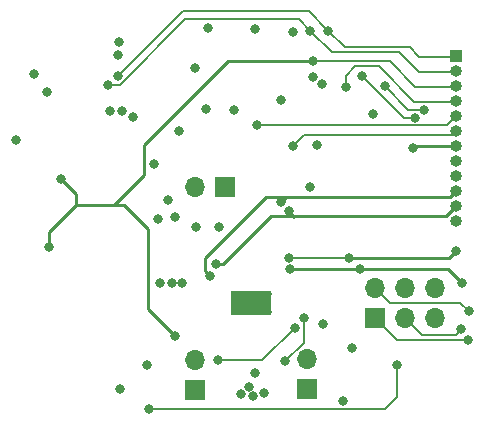
<source format=gbr>
%TF.GenerationSoftware,KiCad,Pcbnew,(5.1.6)-1*%
%TF.CreationDate,2021-10-06T19:04:01+02:00*%
%TF.ProjectId,DotBot,446f7442-6f74-42e6-9b69-6361645f7063,rev?*%
%TF.SameCoordinates,Original*%
%TF.FileFunction,Copper,L4,Bot*%
%TF.FilePolarity,Positive*%
%FSLAX46Y46*%
G04 Gerber Fmt 4.6, Leading zero omitted, Abs format (unit mm)*
G04 Created by KiCad (PCBNEW (5.1.6)-1) date 2021-10-06 19:04:01*
%MOMM*%
%LPD*%
G01*
G04 APERTURE LIST*
%TA.AperFunction,ComponentPad*%
%ADD10O,1.000000X1.000000*%
%TD*%
%TA.AperFunction,ComponentPad*%
%ADD11R,1.000000X1.000000*%
%TD*%
%TA.AperFunction,ComponentPad*%
%ADD12O,1.700000X1.700000*%
%TD*%
%TA.AperFunction,ComponentPad*%
%ADD13R,1.700000X1.700000*%
%TD*%
%TA.AperFunction,Conductor*%
%ADD14R,3.500000X2.000000*%
%TD*%
%TA.AperFunction,ViaPad*%
%ADD15C,0.500000*%
%TD*%
%TA.AperFunction,ViaPad*%
%ADD16C,0.800000*%
%TD*%
%TA.AperFunction,Conductor*%
%ADD17C,0.200000*%
%TD*%
%TA.AperFunction,Conductor*%
%ADD18C,0.250000*%
%TD*%
G04 APERTURE END LIST*
D10*
%TO.P,J5,12*%
%TO.N,P1_09*%
X112800000Y-65070000D03*
%TO.P,J5,11*%
%TO.N,P0_28*%
X112800000Y-63800000D03*
%TO.P,J5,10*%
%TO.N,P0_02*%
X112800000Y-62530000D03*
%TO.P,J5,9*%
%TO.N,P0_11*%
X112800000Y-61260000D03*
%TO.P,J5,8*%
%TO.N,P0_15*%
X112800000Y-59990000D03*
%TO.P,J5,7*%
%TO.N,P0_17*%
X112800000Y-58720000D03*
%TO.P,J5,6*%
%TO.N,P0_04*%
X112800000Y-57450000D03*
%TO.P,J5,5*%
%TO.N,P0_03*%
X112800000Y-56180000D03*
%TO.P,J5,4*%
%TO.N,P0_05*%
X112800000Y-54910000D03*
%TO.P,J5,3*%
%TO.N,P0_20*%
X112800000Y-53640000D03*
%TO.P,J5,2*%
%TO.N,P0_29*%
X112800000Y-52370000D03*
D11*
%TO.P,J5,1*%
%TO.N,P0_30*%
X112800000Y-51100000D03*
%TD*%
D12*
%TO.P,J6,6*%
%TO.N,GND*%
X111080000Y-70760000D03*
%TO.P,J6,5*%
X111080000Y-73300000D03*
%TO.P,J6,4*%
%TO.N,VDD*%
X108540000Y-70760000D03*
%TO.P,J6,3*%
%TO.N,P0_09*%
X108540000Y-73300000D03*
%TO.P,J6,2*%
%TO.N,P0_10*%
X106000000Y-70760000D03*
D13*
%TO.P,J6,1*%
%TO.N,P0_31*%
X106000000Y-73300000D03*
%TD*%
D12*
%TO.P,J2,2*%
%TO.N,Net-(C16-Pad2)*%
X100200000Y-76760000D03*
D13*
%TO.P,J2,1*%
%TO.N,Net-(C16-Pad1)*%
X100200000Y-79300000D03*
%TD*%
D12*
%TO.P,J4,2*%
%TO.N,Net-(J4-Pad2)*%
X90772000Y-62176000D03*
D13*
%TO.P,J4,1*%
%TO.N,GND*%
X93312000Y-62176000D03*
%TD*%
D12*
%TO.P,J1,2*%
%TO.N,Net-(C15-Pad2)*%
X90750000Y-76810000D03*
D13*
%TO.P,J1,1*%
%TO.N,Net-(C15-Pad1)*%
X90750000Y-79350000D03*
%TD*%
D14*
%TO.N,GND*%
%TO.C,U3*%
X95500000Y-72000000D03*
D15*
X97000000Y-71250000D03*
X97000000Y-72750000D03*
X95500000Y-71250000D03*
X95500000Y-72750000D03*
X94000000Y-71250000D03*
X94000000Y-72750000D03*
%TD*%
D16*
%TO.N,GND*%
X84300000Y-49900000D03*
X104000000Y-75800000D03*
X100700000Y-52850000D03*
X101500000Y-53450000D03*
X94625000Y-79675000D03*
X96575000Y-79625000D03*
X95299986Y-79099986D03*
X95825000Y-77975000D03*
X95650000Y-79875000D03*
X97974979Y-54850000D03*
X100450000Y-62175000D03*
X90700000Y-52150000D03*
X91700000Y-55550000D03*
X95800000Y-48850000D03*
X86700000Y-77300000D03*
X77100000Y-52650000D03*
X101600000Y-73800000D03*
X89600000Y-70350000D03*
X88750000Y-70350000D03*
X87750000Y-70350000D03*
X87637500Y-64912500D03*
X88450000Y-63300000D03*
X89000000Y-64750000D03*
X92799994Y-65550006D03*
X87250000Y-60200000D03*
X83500000Y-55750000D03*
X84550000Y-55750000D03*
X85450000Y-56300000D03*
%TO.N,+3V3*%
X84362357Y-79250010D03*
X91800000Y-48750000D03*
X84200000Y-51000000D03*
X103300000Y-80350000D03*
X75600000Y-58199996D03*
X78200000Y-54150000D03*
%TO.N,+6V*%
X89350000Y-57450000D03*
X90850000Y-65599982D03*
%TO.N,VDD*%
X99000000Y-49050000D03*
X105825000Y-56000000D03*
X101100000Y-58650000D03*
X94025728Y-55675728D03*
%TO.N,P0_30*%
X102000000Y-48950000D03*
X84250000Y-52800000D03*
%TO.N,P0_29*%
X100500000Y-48950000D03*
X83400000Y-53550000D03*
%TO.N,P0_02*%
X98011833Y-63469958D03*
X92000000Y-69700000D03*
%TO.N,P0_05*%
X103500000Y-53750000D03*
X98375000Y-76950000D03*
X99925000Y-73275000D03*
%TO.N,P0_04*%
X92700000Y-76875000D03*
X99000000Y-58750000D03*
X99200000Y-74100000D03*
%TO.N,P0_03*%
X96000000Y-56950000D03*
%TO.N,P0_17*%
X86800000Y-81000000D03*
X104874537Y-52770132D03*
X109400000Y-56350000D03*
X109200000Y-58850000D03*
X107800000Y-77300000D03*
%TO.N,P0_15*%
X106813516Y-53675904D03*
X110100000Y-55650000D03*
%TO.N,P0_10*%
X113900000Y-72700000D03*
%TO.N,P1_09*%
X98700000Y-68175000D03*
X112800000Y-67649996D03*
X103800000Y-68174998D03*
%TO.N,P0_11*%
X98750000Y-69125000D03*
X113350000Y-70350000D03*
X104700000Y-69125002D03*
%TO.N,P0_31*%
X113850000Y-75150000D03*
%TO.N,P0_28*%
X98700000Y-64249994D03*
X92497198Y-68712107D03*
%TO.N,P0_20*%
X100700000Y-51550000D03*
X78350000Y-67300000D03*
X79350000Y-61500000D03*
X89050000Y-74800000D03*
%TO.N,P0_09*%
X113250000Y-74250000D03*
%TD*%
D17*
%TO.N,P0_30*%
X103400000Y-50350000D02*
X102000000Y-48950000D01*
X108900000Y-50350000D02*
X103400000Y-50350000D01*
X109700000Y-51150000D02*
X108900000Y-50350000D01*
X112750000Y-51150000D02*
X112800000Y-51100000D01*
X109700000Y-51150000D02*
X112750000Y-51150000D01*
X89750000Y-47300000D02*
X84250000Y-52800000D01*
X102000000Y-48950000D02*
X100350000Y-47300000D01*
X100350000Y-47300000D02*
X89750000Y-47300000D01*
%TO.N,P0_29*%
X108000000Y-50750000D02*
X102300000Y-50750000D01*
X109670000Y-52420000D02*
X108000000Y-50750000D01*
X102300000Y-50750000D02*
X100500000Y-48950000D01*
X112750000Y-52420000D02*
X112800000Y-52370000D01*
X109670000Y-52420000D02*
X112750000Y-52420000D01*
X99550000Y-48000000D02*
X99500000Y-48000000D01*
X100500000Y-48950000D02*
X99550000Y-48000000D01*
X84365685Y-53550000D02*
X83400000Y-53550000D01*
X89915685Y-48000000D02*
X84365685Y-53550000D01*
X99550000Y-48000000D02*
X89915685Y-48000000D01*
D18*
%TO.N,P0_02*%
X98401792Y-63079999D02*
X98011833Y-63469958D01*
X96750000Y-63000000D02*
X96750000Y-63025002D01*
X96750000Y-63025002D02*
X91600001Y-68175001D01*
X96700000Y-63050000D02*
X96750000Y-63000000D01*
X91600001Y-68175001D02*
X91600001Y-69300001D01*
X91600001Y-69300001D02*
X92000000Y-69700000D01*
X96770001Y-63029999D02*
X96750000Y-63050000D01*
X112300001Y-63029999D02*
X96770001Y-63029999D01*
X112800000Y-62530000D02*
X112300001Y-63029999D01*
D17*
%TO.N,P0_05*%
X99925000Y-75400000D02*
X99925000Y-73275000D01*
X98375000Y-76950000D02*
X99925000Y-75400000D01*
X103500000Y-52750000D02*
X103500000Y-53750000D01*
X104300000Y-51950000D02*
X103500000Y-52750000D01*
X106300000Y-51950000D02*
X104300000Y-51950000D01*
X109310000Y-54960000D02*
X106300000Y-51950000D01*
X112750000Y-54960000D02*
X112800000Y-54910000D01*
X109310000Y-54960000D02*
X112750000Y-54960000D01*
%TO.N,P0_04*%
X96425000Y-76875000D02*
X99200000Y-74100000D01*
X92700000Y-76875000D02*
X96425000Y-76875000D01*
X112500000Y-57750000D02*
X112800000Y-57450000D01*
X100000000Y-57750000D02*
X112500000Y-57750000D01*
X99000000Y-58750000D02*
X100000000Y-57750000D01*
%TO.N,P0_03*%
X112800000Y-56180000D02*
X112030000Y-56950000D01*
X112030000Y-56950000D02*
X96000000Y-56950000D01*
%TO.N,P0_17*%
X108454405Y-56350000D02*
X109400000Y-56350000D01*
X104874537Y-52770132D02*
X108454405Y-56350000D01*
X86800000Y-81000000D02*
X106800000Y-81000000D01*
X107800000Y-80000000D02*
X107800000Y-77300000D01*
X106800000Y-81000000D02*
X107800000Y-80000000D01*
X112720000Y-58800000D02*
X112800000Y-58720000D01*
D18*
X109330000Y-58720000D02*
X109200000Y-58850000D01*
X112800000Y-58720000D02*
X109330000Y-58720000D01*
D17*
%TO.N,P0_15*%
X106813516Y-53675904D02*
X108787612Y-55650000D01*
X108787612Y-55650000D02*
X110100000Y-55650000D01*
%TO.N,P0_10*%
X113200000Y-72000000D02*
X113900000Y-72700000D01*
X107240000Y-72000000D02*
X113200000Y-72000000D01*
X106000000Y-70760000D02*
X107240000Y-72000000D01*
%TO.N,P1_09*%
X98700000Y-68175000D02*
X103799998Y-68175000D01*
X103799998Y-68175000D02*
X103800000Y-68174998D01*
D18*
X112800000Y-67649996D02*
X112274998Y-68174998D01*
X112274998Y-68174998D02*
X103800000Y-68174998D01*
%TO.N,P0_11*%
X109675000Y-69125000D02*
X109700000Y-69100000D01*
X109675000Y-69125000D02*
X112125000Y-69125000D01*
X112125000Y-69125000D02*
X113350000Y-70350000D01*
X98750000Y-69125000D02*
X104699998Y-69125000D01*
X104699998Y-69125000D02*
X104700000Y-69125002D01*
X109675000Y-69125000D02*
X104700002Y-69125000D01*
X104700002Y-69125000D02*
X104700000Y-69125002D01*
D17*
%TO.N,P0_31*%
X107850000Y-75150000D02*
X113850000Y-75150000D01*
X106000000Y-73300000D02*
X107850000Y-75150000D01*
D18*
%TO.N,P0_28*%
X108950000Y-64650000D02*
X109600000Y-64650000D01*
X108950000Y-64650000D02*
X97150006Y-64650000D01*
X99150006Y-64700000D02*
X98700000Y-64249994D01*
D17*
X98400006Y-64249994D02*
X98700000Y-64249994D01*
D18*
X111950000Y-64650000D02*
X108950000Y-64650000D01*
X112800000Y-63800000D02*
X111950000Y-64650000D01*
X97150000Y-64650000D02*
X93087893Y-68712107D01*
X93087893Y-68712107D02*
X93062883Y-68712107D01*
X93062883Y-68712107D02*
X92497198Y-68712107D01*
D17*
%TO.N,P0_20*%
X107200000Y-51550000D02*
X100700000Y-51550000D01*
X109340000Y-53690000D02*
X107200000Y-51550000D01*
X112750000Y-53690000D02*
X112800000Y-53640000D01*
X109340000Y-53690000D02*
X112750000Y-53690000D01*
D18*
X80650000Y-63700000D02*
X83900000Y-63700000D01*
X78350000Y-66000000D02*
X80650000Y-63700000D01*
X78350000Y-67300000D02*
X78350000Y-66000000D01*
X80650000Y-62800000D02*
X79350000Y-61500000D01*
X80650000Y-63700000D02*
X80650000Y-62800000D01*
X83900000Y-63700000D02*
X84700000Y-63700000D01*
X84700000Y-63700000D02*
X86750000Y-65750000D01*
X86750000Y-72500000D02*
X89050000Y-74800000D01*
X86750000Y-65750000D02*
X86750000Y-72500000D01*
X86450000Y-61150000D02*
X86450000Y-60400000D01*
X83900000Y-63700000D02*
X86450000Y-61150000D01*
X97334311Y-51550000D02*
X100700000Y-51550000D01*
X93550000Y-51550000D02*
X97334311Y-51550000D01*
X86450000Y-58650000D02*
X93550000Y-51550000D01*
X86450000Y-61150000D02*
X86450000Y-58650000D01*
D17*
%TO.N,P0_09*%
X112800001Y-74699999D02*
X113250000Y-74250000D01*
X109939999Y-74699999D02*
X112800001Y-74699999D01*
X108540000Y-73300000D02*
X109939999Y-74699999D01*
%TD*%
M02*

</source>
